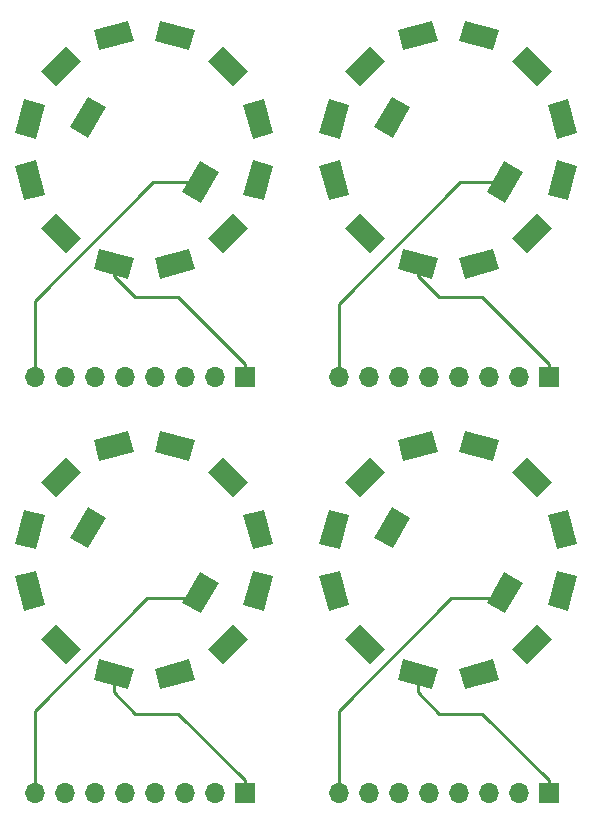
<source format=gtl>
G04 #@! TF.FileFunction,Copper,L1,Top,Signal*
%FSLAX46Y46*%
G04 Gerber Fmt 4.6, Leading zero omitted, Abs format (unit mm)*
G04 Created by KiCad (PCBNEW 4.0.2-stable) date 2019-03-28 2:30:29 PM*
%MOMM*%
G01*
G04 APERTURE LIST*
%ADD10C,0.200000*%
%ADD11R,1.700000X1.700000*%
%ADD12O,1.700000X1.700000*%
%ADD13C,0.250000*%
G04 APERTURE END LIST*
D10*
G36*
X151055952Y-146152438D02*
X151521826Y-147891105D01*
X148624048Y-148667562D01*
X148158174Y-146928895D01*
X151055952Y-146152438D01*
X151055952Y-146152438D01*
G37*
G36*
X154744264Y-143122944D02*
X156017056Y-144395736D01*
X153895736Y-146517056D01*
X152622944Y-145244264D01*
X154744264Y-143122944D01*
X154744264Y-143122944D01*
G37*
G36*
X156428895Y-138658174D02*
X158167562Y-139124048D01*
X157391105Y-142021826D01*
X155652438Y-141555952D01*
X156428895Y-138658174D01*
X156428895Y-138658174D01*
G37*
G36*
X158167562Y-136375952D02*
X156428895Y-136841826D01*
X155652438Y-133944048D01*
X157391105Y-133478174D01*
X158167562Y-136375952D01*
X158167562Y-136375952D01*
G37*
G36*
X156017056Y-131104264D02*
X154744264Y-132377056D01*
X152622944Y-130255736D01*
X153895736Y-128982944D01*
X156017056Y-131104264D01*
X156017056Y-131104264D01*
G37*
G36*
X151521826Y-127608895D02*
X151055952Y-129347562D01*
X148158174Y-128571105D01*
X148624048Y-126832438D01*
X151521826Y-127608895D01*
X151521826Y-127608895D01*
G37*
G36*
X142460577Y-133250962D02*
X144019423Y-134150962D01*
X142519423Y-136749038D01*
X140960577Y-135849038D01*
X142460577Y-133250962D01*
X142460577Y-133250962D01*
G37*
G36*
X151980577Y-138750962D02*
X153539423Y-139650962D01*
X152039423Y-142249038D01*
X150480577Y-141349038D01*
X151980577Y-138750962D01*
X151980577Y-138750962D01*
G37*
G36*
X146341826Y-146928895D02*
X145875952Y-148667562D01*
X142978174Y-147891105D01*
X143444048Y-146152438D01*
X146341826Y-146928895D01*
X146341826Y-146928895D01*
G37*
G36*
X141877056Y-145244264D02*
X140604264Y-146517056D01*
X138482944Y-144395736D01*
X139755736Y-143122944D01*
X141877056Y-145244264D01*
X141877056Y-145244264D01*
G37*
G36*
X138847562Y-141555952D02*
X137108895Y-142021826D01*
X136332438Y-139124048D01*
X138071105Y-138658174D01*
X138847562Y-141555952D01*
X138847562Y-141555952D01*
G37*
G36*
X137108895Y-133478174D02*
X138847562Y-133944048D01*
X138071105Y-136841826D01*
X136332438Y-136375952D01*
X137108895Y-133478174D01*
X137108895Y-133478174D01*
G37*
G36*
X140604264Y-128982944D02*
X141877056Y-130255736D01*
X139755736Y-132377056D01*
X138482944Y-131104264D01*
X140604264Y-128982944D01*
X140604264Y-128982944D01*
G37*
G36*
X145875952Y-126832438D02*
X146341826Y-128571105D01*
X143444048Y-129347562D01*
X142978174Y-127608895D01*
X145875952Y-126832438D01*
X145875952Y-126832438D01*
G37*
G36*
X125305952Y-146152438D02*
X125771826Y-147891105D01*
X122874048Y-148667562D01*
X122408174Y-146928895D01*
X125305952Y-146152438D01*
X125305952Y-146152438D01*
G37*
G36*
X128994264Y-143122944D02*
X130267056Y-144395736D01*
X128145736Y-146517056D01*
X126872944Y-145244264D01*
X128994264Y-143122944D01*
X128994264Y-143122944D01*
G37*
G36*
X130678895Y-138658174D02*
X132417562Y-139124048D01*
X131641105Y-142021826D01*
X129902438Y-141555952D01*
X130678895Y-138658174D01*
X130678895Y-138658174D01*
G37*
G36*
X132417562Y-136375952D02*
X130678895Y-136841826D01*
X129902438Y-133944048D01*
X131641105Y-133478174D01*
X132417562Y-136375952D01*
X132417562Y-136375952D01*
G37*
G36*
X130267056Y-131104264D02*
X128994264Y-132377056D01*
X126872944Y-130255736D01*
X128145736Y-128982944D01*
X130267056Y-131104264D01*
X130267056Y-131104264D01*
G37*
G36*
X125771826Y-127608895D02*
X125305952Y-129347562D01*
X122408174Y-128571105D01*
X122874048Y-126832438D01*
X125771826Y-127608895D01*
X125771826Y-127608895D01*
G37*
G36*
X116710577Y-133250962D02*
X118269423Y-134150962D01*
X116769423Y-136749038D01*
X115210577Y-135849038D01*
X116710577Y-133250962D01*
X116710577Y-133250962D01*
G37*
G36*
X126230577Y-138750962D02*
X127789423Y-139650962D01*
X126289423Y-142249038D01*
X124730577Y-141349038D01*
X126230577Y-138750962D01*
X126230577Y-138750962D01*
G37*
G36*
X120591826Y-146928895D02*
X120125952Y-148667562D01*
X117228174Y-147891105D01*
X117694048Y-146152438D01*
X120591826Y-146928895D01*
X120591826Y-146928895D01*
G37*
G36*
X116127056Y-145244264D02*
X114854264Y-146517056D01*
X112732944Y-144395736D01*
X114005736Y-143122944D01*
X116127056Y-145244264D01*
X116127056Y-145244264D01*
G37*
G36*
X113097562Y-141555952D02*
X111358895Y-142021826D01*
X110582438Y-139124048D01*
X112321105Y-138658174D01*
X113097562Y-141555952D01*
X113097562Y-141555952D01*
G37*
G36*
X111358895Y-133478174D02*
X113097562Y-133944048D01*
X112321105Y-136841826D01*
X110582438Y-136375952D01*
X111358895Y-133478174D01*
X111358895Y-133478174D01*
G37*
G36*
X114854264Y-128982944D02*
X116127056Y-130255736D01*
X114005736Y-132377056D01*
X112732944Y-131104264D01*
X114854264Y-128982944D01*
X114854264Y-128982944D01*
G37*
G36*
X120125952Y-126832438D02*
X120591826Y-128571105D01*
X117694048Y-129347562D01*
X117228174Y-127608895D01*
X120125952Y-126832438D01*
X120125952Y-126832438D01*
G37*
D11*
X130000000Y-157500000D03*
D12*
X127460000Y-157500000D03*
X124920000Y-157500000D03*
X122380000Y-157500000D03*
X119840000Y-157500000D03*
X117300000Y-157500000D03*
X114760000Y-157500000D03*
X112220000Y-157500000D03*
D11*
X155750000Y-157500000D03*
D12*
X153210000Y-157500000D03*
X150670000Y-157500000D03*
X148130000Y-157500000D03*
X145590000Y-157500000D03*
X143050000Y-157500000D03*
X140510000Y-157500000D03*
X137970000Y-157500000D03*
D11*
X155750000Y-122250000D03*
D12*
X153210000Y-122250000D03*
X150670000Y-122250000D03*
X148130000Y-122250000D03*
X145590000Y-122250000D03*
X143050000Y-122250000D03*
X140510000Y-122250000D03*
X137970000Y-122250000D03*
D10*
G36*
X151055952Y-111402438D02*
X151521826Y-113141105D01*
X148624048Y-113917562D01*
X148158174Y-112178895D01*
X151055952Y-111402438D01*
X151055952Y-111402438D01*
G37*
G36*
X154744264Y-108372944D02*
X156017056Y-109645736D01*
X153895736Y-111767056D01*
X152622944Y-110494264D01*
X154744264Y-108372944D01*
X154744264Y-108372944D01*
G37*
G36*
X156428895Y-103908174D02*
X158167562Y-104374048D01*
X157391105Y-107271826D01*
X155652438Y-106805952D01*
X156428895Y-103908174D01*
X156428895Y-103908174D01*
G37*
G36*
X158167562Y-101625952D02*
X156428895Y-102091826D01*
X155652438Y-99194048D01*
X157391105Y-98728174D01*
X158167562Y-101625952D01*
X158167562Y-101625952D01*
G37*
G36*
X156017056Y-96354264D02*
X154744264Y-97627056D01*
X152622944Y-95505736D01*
X153895736Y-94232944D01*
X156017056Y-96354264D01*
X156017056Y-96354264D01*
G37*
G36*
X151521826Y-92858895D02*
X151055952Y-94597562D01*
X148158174Y-93821105D01*
X148624048Y-92082438D01*
X151521826Y-92858895D01*
X151521826Y-92858895D01*
G37*
G36*
X142460577Y-98500962D02*
X144019423Y-99400962D01*
X142519423Y-101999038D01*
X140960577Y-101099038D01*
X142460577Y-98500962D01*
X142460577Y-98500962D01*
G37*
G36*
X151980577Y-104000962D02*
X153539423Y-104900962D01*
X152039423Y-107499038D01*
X150480577Y-106599038D01*
X151980577Y-104000962D01*
X151980577Y-104000962D01*
G37*
G36*
X146341826Y-112178895D02*
X145875952Y-113917562D01*
X142978174Y-113141105D01*
X143444048Y-111402438D01*
X146341826Y-112178895D01*
X146341826Y-112178895D01*
G37*
G36*
X141877056Y-110494264D02*
X140604264Y-111767056D01*
X138482944Y-109645736D01*
X139755736Y-108372944D01*
X141877056Y-110494264D01*
X141877056Y-110494264D01*
G37*
G36*
X138847562Y-106805952D02*
X137108895Y-107271826D01*
X136332438Y-104374048D01*
X138071105Y-103908174D01*
X138847562Y-106805952D01*
X138847562Y-106805952D01*
G37*
G36*
X137108895Y-98728174D02*
X138847562Y-99194048D01*
X138071105Y-102091826D01*
X136332438Y-101625952D01*
X137108895Y-98728174D01*
X137108895Y-98728174D01*
G37*
G36*
X140604264Y-94232944D02*
X141877056Y-95505736D01*
X139755736Y-97627056D01*
X138482944Y-96354264D01*
X140604264Y-94232944D01*
X140604264Y-94232944D01*
G37*
G36*
X145875952Y-92082438D02*
X146341826Y-93821105D01*
X143444048Y-94597562D01*
X142978174Y-92858895D01*
X145875952Y-92082438D01*
X145875952Y-92082438D01*
G37*
G36*
X125305952Y-111402438D02*
X125771826Y-113141105D01*
X122874048Y-113917562D01*
X122408174Y-112178895D01*
X125305952Y-111402438D01*
X125305952Y-111402438D01*
G37*
G36*
X128994264Y-108372944D02*
X130267056Y-109645736D01*
X128145736Y-111767056D01*
X126872944Y-110494264D01*
X128994264Y-108372944D01*
X128994264Y-108372944D01*
G37*
G36*
X130678895Y-103908174D02*
X132417562Y-104374048D01*
X131641105Y-107271826D01*
X129902438Y-106805952D01*
X130678895Y-103908174D01*
X130678895Y-103908174D01*
G37*
G36*
X132417562Y-101625952D02*
X130678895Y-102091826D01*
X129902438Y-99194048D01*
X131641105Y-98728174D01*
X132417562Y-101625952D01*
X132417562Y-101625952D01*
G37*
G36*
X130267056Y-96354264D02*
X128994264Y-97627056D01*
X126872944Y-95505736D01*
X128145736Y-94232944D01*
X130267056Y-96354264D01*
X130267056Y-96354264D01*
G37*
G36*
X125771826Y-92858895D02*
X125305952Y-94597562D01*
X122408174Y-93821105D01*
X122874048Y-92082438D01*
X125771826Y-92858895D01*
X125771826Y-92858895D01*
G37*
G36*
X116710577Y-98500962D02*
X118269423Y-99400962D01*
X116769423Y-101999038D01*
X115210577Y-101099038D01*
X116710577Y-98500962D01*
X116710577Y-98500962D01*
G37*
G36*
X126230577Y-104000962D02*
X127789423Y-104900962D01*
X126289423Y-107499038D01*
X124730577Y-106599038D01*
X126230577Y-104000962D01*
X126230577Y-104000962D01*
G37*
G36*
X120591826Y-112178895D02*
X120125952Y-113917562D01*
X117228174Y-113141105D01*
X117694048Y-111402438D01*
X120591826Y-112178895D01*
X120591826Y-112178895D01*
G37*
G36*
X116127056Y-110494264D02*
X114854264Y-111767056D01*
X112732944Y-109645736D01*
X114005736Y-108372944D01*
X116127056Y-110494264D01*
X116127056Y-110494264D01*
G37*
G36*
X113097562Y-106805952D02*
X111358895Y-107271826D01*
X110582438Y-104374048D01*
X112321105Y-103908174D01*
X113097562Y-106805952D01*
X113097562Y-106805952D01*
G37*
G36*
X111358895Y-98728174D02*
X113097562Y-99194048D01*
X112321105Y-102091826D01*
X110582438Y-101625952D01*
X111358895Y-98728174D01*
X111358895Y-98728174D01*
G37*
G36*
X114854264Y-94232944D02*
X116127056Y-95505736D01*
X114005736Y-97627056D01*
X112732944Y-96354264D01*
X114854264Y-94232944D01*
X114854264Y-94232944D01*
G37*
G36*
X120125952Y-92082438D02*
X120591826Y-93821105D01*
X117694048Y-94597562D01*
X117228174Y-92858895D01*
X120125952Y-92082438D01*
X120125952Y-92082438D01*
G37*
D11*
X130000000Y-122250000D03*
D12*
X127460000Y-122250000D03*
X124920000Y-122250000D03*
X122380000Y-122250000D03*
X119840000Y-122250000D03*
X117300000Y-122250000D03*
X114760000Y-122250000D03*
X112220000Y-122250000D03*
D13*
X130000000Y-156400000D02*
X124350000Y-150750000D01*
X130000000Y-157500000D02*
X130000000Y-156400000D01*
X144660000Y-147910000D02*
X144660000Y-148941748D01*
X144660000Y-148941748D02*
X146468252Y-150750000D01*
X146468252Y-150750000D02*
X150100000Y-150750000D01*
X120718252Y-150750000D02*
X124350000Y-150750000D01*
X118910000Y-148941748D02*
X120718252Y-150750000D01*
X118910000Y-147910000D02*
X118910000Y-148941748D01*
X155750000Y-157500000D02*
X155750000Y-156400000D01*
X155750000Y-156400000D02*
X150100000Y-150750000D01*
X155750000Y-121150000D02*
X150100000Y-115500000D01*
X155750000Y-122250000D02*
X155750000Y-121150000D01*
X146468252Y-115500000D02*
X150100000Y-115500000D01*
X144660000Y-113691748D02*
X146468252Y-115500000D01*
X144660000Y-112660000D02*
X144660000Y-113691748D01*
X118910000Y-112660000D02*
X118910000Y-113691748D01*
X118910000Y-113691748D02*
X120718252Y-115500000D01*
X120718252Y-115500000D02*
X124350000Y-115500000D01*
X130000000Y-122250000D02*
X130000000Y-121150000D01*
X130000000Y-121150000D02*
X124350000Y-115500000D01*
X152010000Y-141000000D02*
X147500000Y-141000000D01*
X147500000Y-141000000D02*
X137970000Y-150530000D01*
X137970000Y-150530000D02*
X137970000Y-156297919D01*
X137970000Y-156297919D02*
X137970000Y-157500000D01*
X126260000Y-141000000D02*
X121750000Y-141000000D01*
X121750000Y-141000000D02*
X112220000Y-150530000D01*
X112220000Y-150530000D02*
X112220000Y-156297919D01*
X112220000Y-156297919D02*
X112220000Y-157500000D01*
X152010000Y-105750000D02*
X148250000Y-105750000D01*
X148250000Y-105750000D02*
X137970000Y-116030000D01*
X137970000Y-116030000D02*
X137970000Y-121047919D01*
X137970000Y-121047919D02*
X137970000Y-122250000D01*
X126260000Y-105750000D02*
X122250000Y-105750000D01*
X122250000Y-105750000D02*
X112220000Y-115780000D01*
X112220000Y-115780000D02*
X112220000Y-121047919D01*
X112220000Y-121047919D02*
X112220000Y-122250000D01*
M02*

</source>
